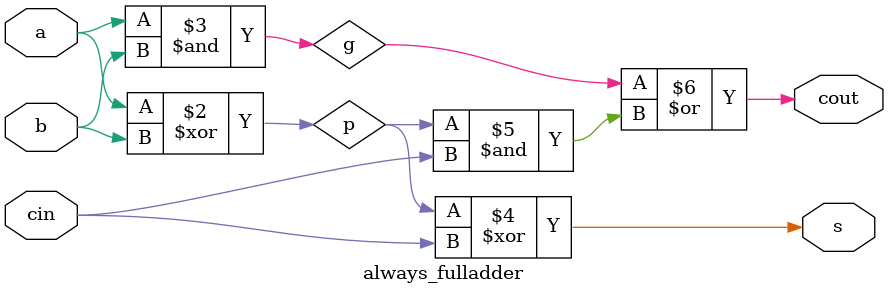
<source format=sv>
module always_fulladder (
	input logic a, b, cin,
	output logic s, cout
);

logic p, g;
	
always_comb begin
  p = a ^ b;
  g = a & b;
  s = p ^ cin;
  cout = g | ( p & cin);
	
end
endmodule

</source>
